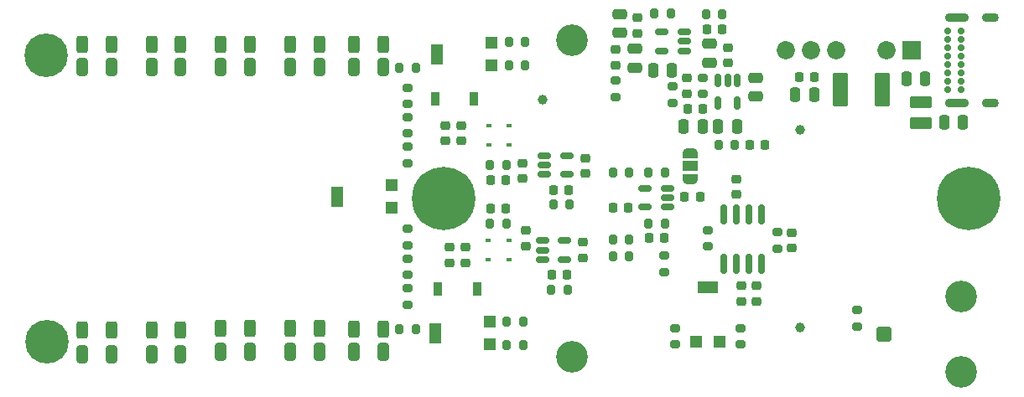
<source format=gbr>
%TF.GenerationSoftware,KiCad,Pcbnew,(6.0.0)*%
%TF.CreationDate,2024-01-04T18:13:25+01:00*%
%TF.ProjectId,Differential_Probe_v1r1,44696666-6572-4656-9e74-69616c5f5072,rev?*%
%TF.SameCoordinates,Original*%
%TF.FileFunction,Soldermask,Top*%
%TF.FilePolarity,Negative*%
%FSLAX46Y46*%
G04 Gerber Fmt 4.6, Leading zero omitted, Abs format (unit mm)*
G04 Created by KiCad (PCBNEW (6.0.0)) date 2024-01-04 18:13:25*
%MOMM*%
%LPD*%
G01*
G04 APERTURE LIST*
G04 Aperture macros list*
%AMRoundRect*
0 Rectangle with rounded corners*
0 $1 Rounding radius*
0 $2 $3 $4 $5 $6 $7 $8 $9 X,Y pos of 4 corners*
0 Add a 4 corners polygon primitive as box body*
4,1,4,$2,$3,$4,$5,$6,$7,$8,$9,$2,$3,0*
0 Add four circle primitives for the rounded corners*
1,1,$1+$1,$2,$3*
1,1,$1+$1,$4,$5*
1,1,$1+$1,$6,$7*
1,1,$1+$1,$8,$9*
0 Add four rect primitives between the rounded corners*
20,1,$1+$1,$2,$3,$4,$5,0*
20,1,$1+$1,$4,$5,$6,$7,0*
20,1,$1+$1,$6,$7,$8,$9,0*
20,1,$1+$1,$8,$9,$2,$3,0*%
%AMFreePoly0*
4,1,22,0.550000,-0.750000,0.000000,-0.750000,0.000000,-0.745033,-0.079941,-0.743568,-0.215256,-0.701293,-0.333266,-0.622738,-0.424486,-0.514219,-0.481581,-0.384460,-0.499164,-0.250000,-0.500000,-0.250000,-0.500000,0.250000,-0.499164,0.250000,-0.499963,0.256109,-0.478152,0.396186,-0.417904,0.524511,-0.324060,0.630769,-0.204165,0.706417,-0.067858,0.745374,0.000000,0.744959,0.000000,0.750000,
0.550000,0.750000,0.550000,-0.750000,0.550000,-0.750000,$1*%
%AMFreePoly1*
4,1,20,0.000000,0.744959,0.073905,0.744508,0.209726,0.703889,0.328688,0.626782,0.421226,0.519385,0.479903,0.390333,0.500000,0.250000,0.500000,-0.250000,0.499851,-0.262216,0.476331,-0.402017,0.414519,-0.529596,0.319384,-0.634700,0.198574,-0.708877,0.061801,-0.746166,0.000000,-0.745033,0.000000,-0.750000,-0.550000,-0.750000,-0.550000,0.750000,0.000000,0.750000,0.000000,0.744959,
0.000000,0.744959,$1*%
G04 Aperture macros list end*
%ADD10C,6.400000*%
%ADD11C,0.800000*%
%ADD12C,3.200000*%
%ADD13RoundRect,0.200000X0.200000X0.275000X-0.200000X0.275000X-0.200000X-0.275000X0.200000X-0.275000X0*%
%ADD14R,1.300000X1.300000*%
%ADD15R,2.000000X1.300000*%
%ADD16RoundRect,0.250000X0.250000X0.475000X-0.250000X0.475000X-0.250000X-0.475000X0.250000X-0.475000X0*%
%ADD17RoundRect,0.250000X-0.250000X-0.475000X0.250000X-0.475000X0.250000X0.475000X-0.250000X0.475000X0*%
%ADD18RoundRect,0.250000X-0.325000X-0.650000X0.325000X-0.650000X0.325000X0.650000X-0.325000X0.650000X0*%
%ADD19RoundRect,0.200000X-0.200000X-0.275000X0.200000X-0.275000X0.200000X0.275000X-0.200000X0.275000X0*%
%ADD20R,0.600000X0.450000*%
%ADD21RoundRect,0.250000X-0.475000X0.250000X-0.475000X-0.250000X0.475000X-0.250000X0.475000X0.250000X0*%
%ADD22RoundRect,0.225000X0.250000X-0.225000X0.250000X0.225000X-0.250000X0.225000X-0.250000X-0.225000X0*%
%ADD23RoundRect,0.200000X0.275000X-0.200000X0.275000X0.200000X-0.275000X0.200000X-0.275000X-0.200000X0*%
%ADD24C,0.700000*%
%ADD25C,4.400000*%
%ADD26RoundRect,0.150000X-0.150000X0.512500X-0.150000X-0.512500X0.150000X-0.512500X0.150000X0.512500X0*%
%ADD27RoundRect,0.250000X0.475000X-0.250000X0.475000X0.250000X-0.475000X0.250000X-0.475000X-0.250000X0*%
%ADD28RoundRect,0.225000X-0.225000X-0.250000X0.225000X-0.250000X0.225000X0.250000X-0.225000X0.250000X0*%
%ADD29RoundRect,0.400000X-0.400000X0.400000X-0.400000X-0.400000X0.400000X-0.400000X0.400000X0.400000X0*%
%ADD30RoundRect,0.225000X0.225000X0.250000X-0.225000X0.250000X-0.225000X-0.250000X0.225000X-0.250000X0*%
%ADD31C,1.000000*%
%ADD32R,1.300000X2.000000*%
%ADD33RoundRect,0.225000X-0.250000X0.225000X-0.250000X-0.225000X0.250000X-0.225000X0.250000X0.225000X0*%
%ADD34RoundRect,0.250000X-0.312500X-0.625000X0.312500X-0.625000X0.312500X0.625000X-0.312500X0.625000X0*%
%ADD35RoundRect,0.218750X0.256250X-0.218750X0.256250X0.218750X-0.256250X0.218750X-0.256250X-0.218750X0*%
%ADD36RoundRect,0.250000X0.850000X-0.375000X0.850000X0.375000X-0.850000X0.375000X-0.850000X-0.375000X0*%
%ADD37RoundRect,0.200000X-0.275000X0.200000X-0.275000X-0.200000X0.275000X-0.200000X0.275000X0.200000X0*%
%ADD38O,2.400000X0.900000*%
%ADD39O,1.700000X0.900000*%
%ADD40RoundRect,0.150000X0.512500X0.150000X-0.512500X0.150000X-0.512500X-0.150000X0.512500X-0.150000X0*%
%ADD41R,0.900000X1.400000*%
%ADD42RoundRect,0.250000X0.537500X1.450000X-0.537500X1.450000X-0.537500X-1.450000X0.537500X-1.450000X0*%
%ADD43FreePoly0,90.000000*%
%ADD44R,1.500000X1.000000*%
%ADD45FreePoly1,90.000000*%
%ADD46RoundRect,0.150000X-0.512500X-0.150000X0.512500X-0.150000X0.512500X0.150000X-0.512500X0.150000X0*%
%ADD47RoundRect,0.150000X0.150000X-0.825000X0.150000X0.825000X-0.150000X0.825000X-0.150000X-0.825000X0*%
%ADD48RoundRect,0.218750X-0.218750X-0.256250X0.218750X-0.256250X0.218750X0.256250X-0.218750X0.256250X0*%
%ADD49R,1.850000X1.850000*%
%ADD50C,1.850000*%
G04 APERTURE END LIST*
D10*
%TO.C,H4*%
X207000000Y-118000000D03*
D11*
X209400000Y-118000000D03*
X208697056Y-119697056D03*
X207000000Y-120400000D03*
X205302944Y-119697056D03*
X204600000Y-118000000D03*
X205302944Y-116302944D03*
X207000000Y-115600000D03*
X208697056Y-116302944D03*
%TD*%
D12*
%TO.C,H2*%
X167000000Y-134000000D03*
%TD*%
%TO.C,H1*%
X167000000Y-102000000D03*
%TD*%
D13*
%TO.C,R13*%
X162245000Y-102190000D03*
X160595000Y-102190000D03*
%TD*%
D14*
%TO.C,RV4*%
X179550000Y-132450000D03*
D15*
X180700000Y-126950000D03*
D14*
X181850000Y-132450000D03*
%TD*%
D16*
%TO.C,C5*%
X175150000Y-105000000D03*
X177050000Y-105000000D03*
%TD*%
D17*
%TO.C,C1*%
X204550000Y-110300000D03*
X206450000Y-110300000D03*
%TD*%
D18*
%TO.C,C22*%
X147937500Y-104700000D03*
X144987500Y-104700000D03*
%TD*%
D19*
%TO.C,R36*%
X171095000Y-115390000D03*
X172745000Y-115390000D03*
%TD*%
D18*
%TO.C,C9*%
X124525000Y-133690000D03*
X127475000Y-133690000D03*
%TD*%
D20*
%TO.C,D3*%
X160650000Y-124200000D03*
X158550000Y-124200000D03*
%TD*%
D21*
%TO.C,C25*%
X173300000Y-102850000D03*
X173300000Y-104750000D03*
%TD*%
D19*
%TO.C,R6*%
X175300000Y-99300000D03*
X176950000Y-99300000D03*
%TD*%
D22*
%TO.C,C14*%
X178600000Y-107375000D03*
X178600000Y-105825000D03*
%TD*%
D23*
%TO.C,R25*%
X150420000Y-125715000D03*
X150420000Y-124065000D03*
%TD*%
D18*
%TO.C,C7*%
X117525000Y-133690000D03*
X120475000Y-133690000D03*
%TD*%
D24*
%TO.C,J1*%
X112733274Y-104666726D03*
X113900000Y-101850000D03*
X112250000Y-103500000D03*
X115066726Y-102333274D03*
X115550000Y-103500000D03*
X115066726Y-104666726D03*
D25*
X113900000Y-103500000D03*
D24*
X113900000Y-105150000D03*
X112733274Y-102333274D03*
%TD*%
D26*
%TO.C,U2*%
X183650000Y-106062500D03*
X182700000Y-106062500D03*
X181750000Y-106062500D03*
X181750000Y-108337500D03*
X183650000Y-108337500D03*
%TD*%
D18*
%TO.C,C11*%
X131525000Y-133490000D03*
X134475000Y-133490000D03*
%TD*%
D27*
%TO.C,C19*%
X171800000Y-101250000D03*
X171800000Y-99350000D03*
%TD*%
D28*
%TO.C,C45*%
X174745000Y-121990000D03*
X176295000Y-121990000D03*
%TD*%
D29*
%TO.C,J3*%
X198482500Y-131690000D03*
D12*
X206282500Y-127890000D03*
X206282500Y-135490000D03*
%TD*%
D19*
%TO.C,R37*%
X171095000Y-122090000D03*
X172745000Y-122090000D03*
%TD*%
D22*
%TO.C,C42*%
X189200000Y-122975000D03*
X189200000Y-121425000D03*
%TD*%
D30*
%TO.C,C39*%
X166475000Y-125690000D03*
X164925000Y-125690000D03*
%TD*%
D31*
%TO.C,FID1*%
X190000000Y-111000000D03*
%TD*%
D14*
%TO.C,RV1*%
X158870000Y-104540000D03*
D32*
X153370000Y-103390000D03*
D14*
X158870000Y-102240000D03*
%TD*%
D13*
%TO.C,R33*%
X165080000Y-118610000D03*
X166730000Y-118610000D03*
%TD*%
D33*
%TO.C,C29*%
X173600000Y-99725000D03*
X173600000Y-101275000D03*
%TD*%
D30*
%TO.C,C36*%
X166655000Y-117110000D03*
X165105000Y-117110000D03*
%TD*%
D34*
%TO.C,R18*%
X145000000Y-102400000D03*
X147925000Y-102400000D03*
%TD*%
D19*
%TO.C,R41*%
X174695000Y-120490000D03*
X176345000Y-120490000D03*
%TD*%
D13*
%TO.C,R30*%
X183425000Y-112600000D03*
X181775000Y-112600000D03*
%TD*%
D18*
%TO.C,C15*%
X138562500Y-133490000D03*
X141512500Y-133490000D03*
%TD*%
D34*
%TO.C,R10*%
X124537500Y-102400000D03*
X127462500Y-102400000D03*
%TD*%
D17*
%TO.C,C4*%
X189525000Y-107500000D03*
X191425000Y-107500000D03*
%TD*%
D19*
%TO.C,R3*%
X160595000Y-104490000D03*
X162245000Y-104490000D03*
%TD*%
D17*
%TO.C,C26*%
X178250000Y-110700000D03*
X180150000Y-110700000D03*
%TD*%
D16*
%TO.C,C20*%
X183650000Y-110700000D03*
X181750000Y-110700000D03*
%TD*%
D35*
%TO.C,D5*%
X171400000Y-104487500D03*
X171400000Y-102912500D03*
%TD*%
D23*
%TO.C,R21*%
X150420000Y-108415000D03*
X150420000Y-106765000D03*
%TD*%
D22*
%TO.C,C40*%
X183600000Y-117575000D03*
X183600000Y-116025000D03*
%TD*%
D30*
%TO.C,C31*%
X160295000Y-116090000D03*
X158745000Y-116090000D03*
%TD*%
D34*
%TO.C,R12*%
X131537500Y-102400000D03*
X134462500Y-102400000D03*
%TD*%
D23*
%TO.C,R23*%
X150420000Y-114415000D03*
X150420000Y-112765000D03*
%TD*%
D13*
%TO.C,R28*%
X160345000Y-114590000D03*
X158695000Y-114590000D03*
%TD*%
D36*
%TO.C,L1*%
X202200000Y-110375000D03*
X202200000Y-108225000D03*
%TD*%
D20*
%TO.C,D2*%
X158570000Y-110590000D03*
X160670000Y-110590000D03*
%TD*%
D23*
%TO.C,R32*%
X184000000Y-132725000D03*
X184000000Y-131075000D03*
%TD*%
D34*
%TO.C,R2*%
X117537500Y-102400000D03*
X120462500Y-102400000D03*
%TD*%
D18*
%TO.C,C10*%
X124525000Y-104700000D03*
X127475000Y-104700000D03*
%TD*%
D23*
%TO.C,R24*%
X150420000Y-122715000D03*
X150420000Y-121065000D03*
%TD*%
D28*
%TO.C,C13*%
X182125000Y-100850000D03*
X180575000Y-100850000D03*
%TD*%
D37*
%TO.C,R31*%
X177400000Y-131075000D03*
X177400000Y-132725000D03*
%TD*%
D38*
%TO.C,P1*%
X205855000Y-99675000D03*
X205855000Y-108325000D03*
D39*
X209235000Y-99675000D03*
X209235000Y-108325000D03*
D24*
X206225000Y-106975000D03*
X206225000Y-106125000D03*
X206225000Y-105275000D03*
X206225000Y-104425000D03*
X206225000Y-103575000D03*
X206225000Y-102725000D03*
X206225000Y-101875000D03*
X206225000Y-101025000D03*
X204875000Y-101025000D03*
X204875000Y-101875000D03*
X204875000Y-102725000D03*
X204875000Y-103575000D03*
X204875000Y-104425000D03*
X204875000Y-105275000D03*
X204875000Y-106125000D03*
X204875000Y-106975000D03*
%TD*%
D34*
%TO.C,R17*%
X145000000Y-131190000D03*
X147925000Y-131190000D03*
%TD*%
D40*
%TO.C,U1*%
X176062500Y-103050000D03*
X176062500Y-101150000D03*
X178337500Y-101150000D03*
X178337500Y-102100000D03*
X178337500Y-103050000D03*
%TD*%
D33*
%TO.C,C33*%
X168300000Y-113925000D03*
X168300000Y-115475000D03*
%TD*%
D30*
%TO.C,C30*%
X180175000Y-108900000D03*
X178625000Y-108900000D03*
%TD*%
D33*
%TO.C,C24*%
X156200000Y-124475000D03*
X156200000Y-122925000D03*
%TD*%
D34*
%TO.C,R1*%
X117537500Y-131290000D03*
X120462500Y-131290000D03*
%TD*%
D30*
%TO.C,C43*%
X172675000Y-118890000D03*
X171125000Y-118890000D03*
%TD*%
D34*
%TO.C,R16*%
X138537500Y-102400000D03*
X141462500Y-102400000D03*
%TD*%
D33*
%TO.C,C27*%
X154200000Y-110625000D03*
X154200000Y-112175000D03*
%TD*%
D30*
%TO.C,C32*%
X160295000Y-118990000D03*
X158745000Y-118990000D03*
%TD*%
D18*
%TO.C,C12*%
X134475000Y-104700000D03*
X131525000Y-104700000D03*
%TD*%
D34*
%TO.C,R5*%
X124537500Y-131290000D03*
X127462500Y-131290000D03*
%TD*%
D33*
%TO.C,C37*%
X168120000Y-122415000D03*
X168120000Y-123965000D03*
%TD*%
D20*
%TO.C,D1*%
X158570000Y-112590000D03*
X160670000Y-112590000D03*
%TD*%
D13*
%TO.C,R19*%
X151225000Y-104790000D03*
X149575000Y-104790000D03*
%TD*%
D20*
%TO.C,D4*%
X158550000Y-122200000D03*
X160650000Y-122200000D03*
%TD*%
D31*
%TO.C,FID2*%
X164000000Y-108000000D03*
%TD*%
D23*
%TO.C,R26*%
X150420000Y-128715000D03*
X150420000Y-127065000D03*
%TD*%
D16*
%TO.C,C2*%
X202650000Y-105900000D03*
X200750000Y-105900000D03*
%TD*%
D18*
%TO.C,C16*%
X141475000Y-104700000D03*
X138525000Y-104700000D03*
%TD*%
D14*
%TO.C,RV2*%
X158670000Y-132740000D03*
D32*
X153170000Y-131590000D03*
D14*
X158670000Y-130440000D03*
%TD*%
D19*
%TO.C,R7*%
X180525000Y-99350000D03*
X182175000Y-99350000D03*
%TD*%
D41*
%TO.C,C18*%
X157370000Y-127090000D03*
X153470000Y-127090000D03*
%TD*%
D18*
%TO.C,C8*%
X120475000Y-104700000D03*
X117525000Y-104700000D03*
%TD*%
D11*
%TO.C,H3*%
X154000000Y-115600000D03*
X152302944Y-119697056D03*
D10*
X154000000Y-118000000D03*
D11*
X155697056Y-119697056D03*
X154000000Y-120400000D03*
X151600000Y-118000000D03*
X155697056Y-116302944D03*
X156400000Y-118000000D03*
X152302944Y-116302944D03*
%TD*%
D42*
%TO.C,C46*%
X198337500Y-107000000D03*
X194062500Y-107000000D03*
%TD*%
D33*
%TO.C,C23*%
X155800000Y-110625000D03*
X155800000Y-112175000D03*
%TD*%
D13*
%TO.C,R34*%
X166525000Y-127190000D03*
X164875000Y-127190000D03*
%TD*%
D30*
%TO.C,C48*%
X191450000Y-105700000D03*
X189900000Y-105700000D03*
%TD*%
D23*
%TO.C,R38*%
X180700000Y-122825000D03*
X180700000Y-121175000D03*
%TD*%
D22*
%TO.C,C35*%
X184100000Y-128375000D03*
X184100000Y-126825000D03*
%TD*%
D37*
%TO.C,R27*%
X171400000Y-106075000D03*
X171400000Y-107725000D03*
%TD*%
D22*
%TO.C,C38*%
X162300000Y-122775000D03*
X162300000Y-121225000D03*
%TD*%
D13*
%TO.C,R14*%
X162045000Y-132790000D03*
X160395000Y-132790000D03*
%TD*%
D37*
%TO.C,R35*%
X187700000Y-121375000D03*
X187700000Y-123025000D03*
%TD*%
D23*
%TO.C,R22*%
X150420000Y-111415000D03*
X150420000Y-109765000D03*
%TD*%
D31*
%TO.C,FID3*%
X190000000Y-131000000D03*
%TD*%
D13*
%TO.C,R29*%
X160345000Y-120490000D03*
X158695000Y-120490000D03*
%TD*%
D21*
%TO.C,C3*%
X180900000Y-102350000D03*
X180900000Y-104250000D03*
%TD*%
D34*
%TO.C,R11*%
X131537500Y-131090000D03*
X134462500Y-131090000D03*
%TD*%
D28*
%TO.C,C44*%
X178345000Y-117790000D03*
X179895000Y-117790000D03*
%TD*%
D40*
%TO.C,U6*%
X176657500Y-118840000D03*
X176657500Y-117890000D03*
X176657500Y-116940000D03*
X174382500Y-116940000D03*
X174382500Y-118840000D03*
%TD*%
D43*
%TO.C,JP1*%
X178900000Y-116000000D03*
D44*
X178900000Y-114700000D03*
D45*
X178900000Y-113400000D03*
%TD*%
D34*
%TO.C,R15*%
X138537500Y-131090000D03*
X141462500Y-131090000D03*
%TD*%
D19*
%TO.C,R39*%
X174695000Y-115390000D03*
X176345000Y-115390000D03*
%TD*%
D33*
%TO.C,C28*%
X154600000Y-122925000D03*
X154600000Y-124475000D03*
%TD*%
D19*
%TO.C,R4*%
X160395000Y-130390000D03*
X162045000Y-130390000D03*
%TD*%
D33*
%TO.C,C41*%
X185600000Y-126825000D03*
X185600000Y-128375000D03*
%TD*%
D46*
%TO.C,U4*%
X163982500Y-122240000D03*
X163982500Y-123190000D03*
X163982500Y-124140000D03*
X166257500Y-124140000D03*
X166257500Y-122240000D03*
%TD*%
D37*
%TO.C,R42*%
X176300000Y-123775000D03*
X176300000Y-125425000D03*
%TD*%
D13*
%TO.C,R20*%
X151225000Y-131200000D03*
X149575000Y-131200000D03*
%TD*%
D37*
%TO.C,R9*%
X180200000Y-107425000D03*
X180200000Y-105775000D03*
%TD*%
D24*
%TO.C,J2*%
X112350000Y-132500000D03*
X115166726Y-131333274D03*
X114000000Y-130850000D03*
X112833274Y-133666726D03*
D25*
X114000000Y-132500000D03*
D24*
X114000000Y-134150000D03*
X115650000Y-132500000D03*
X115166726Y-133666726D03*
X112833274Y-131333274D03*
%TD*%
D41*
%TO.C,C17*%
X153170000Y-107890000D03*
X157070000Y-107890000D03*
%TD*%
D46*
%TO.C,U3*%
X164162500Y-113650000D03*
X164162500Y-114600000D03*
X164162500Y-115550000D03*
X166437500Y-115550000D03*
X166437500Y-113650000D03*
%TD*%
D14*
%TO.C,RV3*%
X148750000Y-118940000D03*
D32*
X143250000Y-117790000D03*
D14*
X148750000Y-116640000D03*
%TD*%
D23*
%TO.C,R8*%
X177100000Y-108325000D03*
X177100000Y-106675000D03*
%TD*%
D47*
%TO.C,U5*%
X182295000Y-119625000D03*
X183565000Y-119625000D03*
X184835000Y-119625000D03*
X186105000Y-119625000D03*
X186105000Y-124575000D03*
X184835000Y-124575000D03*
X183565000Y-124575000D03*
X182295000Y-124575000D03*
%TD*%
D18*
%TO.C,C21*%
X144987500Y-133490000D03*
X147937500Y-133490000D03*
%TD*%
D23*
%TO.C,R43*%
X195782500Y-130915000D03*
X195782500Y-129265000D03*
%TD*%
D13*
%TO.C,R40*%
X172745000Y-123790000D03*
X171095000Y-123790000D03*
%TD*%
D48*
%TO.C,D6*%
X184912500Y-112600000D03*
X186487500Y-112600000D03*
%TD*%
D22*
%TO.C,C47*%
X182700000Y-104275000D03*
X182700000Y-102725000D03*
%TD*%
D21*
%TO.C,C6*%
X185500000Y-105750000D03*
X185500000Y-107650000D03*
%TD*%
D49*
%TO.C,PS1*%
X201270000Y-102995000D03*
D50*
X198730000Y-102995000D03*
X193650000Y-102995000D03*
X191110000Y-102995000D03*
X188570000Y-102995000D03*
%TD*%
D33*
%TO.C,C34*%
X162020000Y-114415000D03*
X162020000Y-115965000D03*
%TD*%
M02*

</source>
